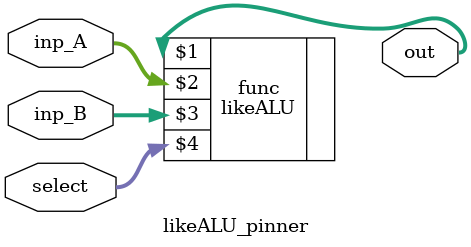
<source format=v>

module likeALU_pinner
(
// {ALTERA_ARGS_BEGIN} DO NOT REMOVE THIS LINE!

	inp_A,
	inp_B,
	out,
	select
// {ALTERA_ARGS_END} DO NOT REMOVE THIS LINE!

);

// {ALTERA_IO_BEGIN} DO NOT REMOVE THIS LINE!
input	[4:0]	inp_A;
input	[4:0]	inp_B;
output	[4:0]	out;
input	[1:0]	select;

likeALU func(out, inp_A, inp_B, select);

// {ALTERA_IO_END} DO NOT REMOVE THIS LINE!
// {ALTERA_MODULE_BEGIN} DO NOT REMOVE THIS LINE!
// {ALTERA_MODULE_END} DO NOT REMOVE THIS LINE!
endmodule

</source>
